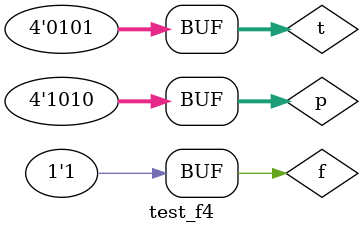
<source format=v>
module optador1b (output s, input a, input b, input c); 
// --descrição
wire s1, s2;

and AND1 (s1, ~c, a);
and AND2 (s2, c, b);
or OR1 (s, s1, s2);

endmodule // optador1b 
// ------------------------- 
// ------------------------- 
// optador4b 
// ------------------------- 
module optador4b (output [3:0] s, input [3:0] a, input [3:0] b,input c); 
// --descrição

optador1b OP1 (s[0], a[0], b[0], c);
optador1b OP2 (s[1], a[1], b[1], c);
optador1b OP3 (s[2], a[2], b[2], c);
optador1b OP4 (s[3], a[3], b[3], c);

endmodule // optador4b 
// ------------------------- 
// ------------------------- 
// f4_gate 
// ------------------------- 
module f4 (output [3:0] s, input [3:0] d, input [3:0] e,input f); 
// -- descrição
wire [3:0] fioAND, fioOR;

and AND1 (fioAND[0], d[0], e[0]);
and AND2 (fioAND[1], d[1], e[1]);
and AND3 (fioAND[2], d[2], e[2]);
and AND4 (fioAND[3], d[3], e[3]);

or OR1 (fioOR[0], d[0], e[0]);
or OR2 (fioOR[1], d[1], e[1]);
or OR3 (fioOR[2], d[2], e[2]);
or OR4 (fioOR[3], d[3], e[3]);

optador4b OP1 (s, fioAND, fioOR, f);

endmodule // f4 
// ------------------------- 
module test_f4; 
// ------------------------- definir dados 
reg [3:0] p; 
reg [3:0] t; 
reg f;
wire [3:0] z; 
f4 modulo (z, p, t, f); 
// ------------------------- parte principal 
initial begin 
$display("Exemplo0032 - Jonatas Sena Ferreira - 427424"); 
$display("Test LU's module"); 
p = 4'b0011; t = 4'b0101; f=0;
// projetar testes do modulo 
#1 $monitor("%3b %3b option: %1b == %3b",p,t,f,z); 
#1 f=1;
#1 p = 4'b0010; t = 4'b1101; f=0;
#1 p = 4'b0010; t = 4'b1101; f=1;
#1 p = 4'b0111; t = 4'b1111; f=0;
#1 p = 4'b0111; t = 4'b1111; f=1;
#1 p = 4'b1001; t = 4'b0000; f=0;
#1 p = 4'b1000; t = 4'b0000; f=1;
#1 p = 4'b1010; t = 4'b0101; f=0;
#1 p = 4'b1010; t = 4'b0101; f=1;
end 
endmodule // test_f4 
</source>
